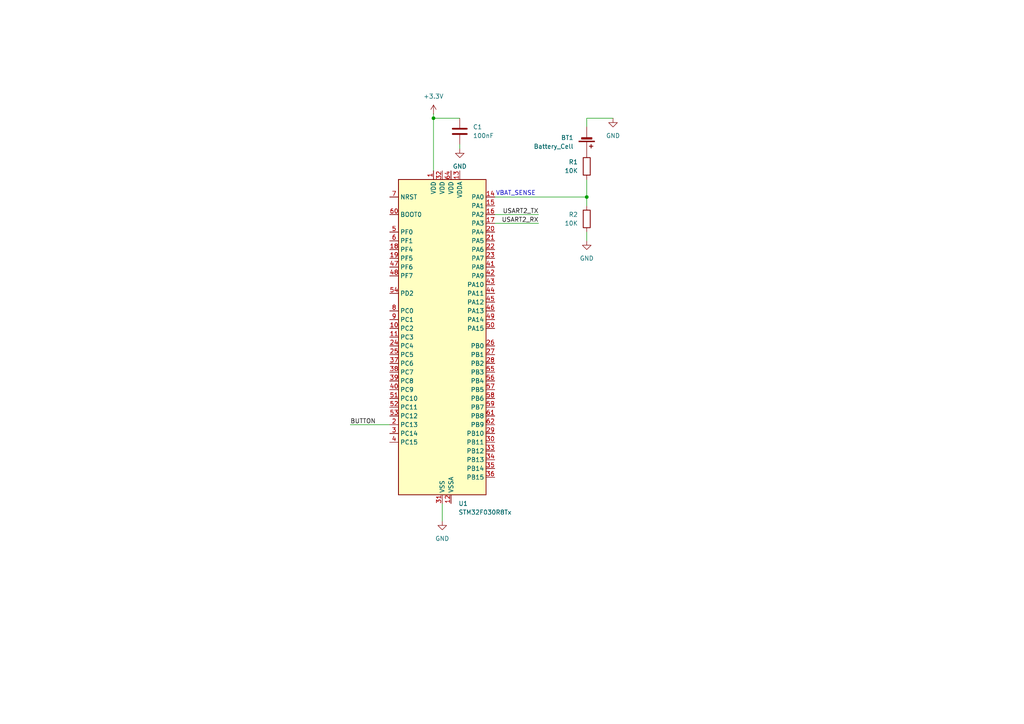
<source format=kicad_sch>
(kicad_sch
	(version 20250114)
	(generator "eeschema")
	(generator_version "9.0")
	(uuid "6c977482-4d8b-4838-ba1c-d4fa4f9b52a2")
	(paper "A4")
	(lib_symbols
		(symbol "Device:Battery_Cell"
			(pin_numbers
				(hide yes)
			)
			(pin_names
				(offset 0)
				(hide yes)
			)
			(exclude_from_sim no)
			(in_bom yes)
			(on_board yes)
			(property "Reference" "BT"
				(at 2.54 2.54 0)
				(effects
					(font
						(size 1.27 1.27)
					)
					(justify left)
				)
			)
			(property "Value" "Battery_Cell"
				(at 2.54 0 0)
				(effects
					(font
						(size 1.27 1.27)
					)
					(justify left)
				)
			)
			(property "Footprint" ""
				(at 0 1.524 90)
				(effects
					(font
						(size 1.27 1.27)
					)
					(hide yes)
				)
			)
			(property "Datasheet" "~"
				(at 0 1.524 90)
				(effects
					(font
						(size 1.27 1.27)
					)
					(hide yes)
				)
			)
			(property "Description" "Single-cell battery"
				(at 0 0 0)
				(effects
					(font
						(size 1.27 1.27)
					)
					(hide yes)
				)
			)
			(property "ki_keywords" "battery cell"
				(at 0 0 0)
				(effects
					(font
						(size 1.27 1.27)
					)
					(hide yes)
				)
			)
			(symbol "Battery_Cell_0_1"
				(rectangle
					(start -2.286 1.778)
					(end 2.286 1.524)
					(stroke
						(width 0)
						(type default)
					)
					(fill
						(type outline)
					)
				)
				(rectangle
					(start -1.524 1.016)
					(end 1.524 0.508)
					(stroke
						(width 0)
						(type default)
					)
					(fill
						(type outline)
					)
				)
				(polyline
					(pts
						(xy 0 1.778) (xy 0 2.54)
					)
					(stroke
						(width 0)
						(type default)
					)
					(fill
						(type none)
					)
				)
				(polyline
					(pts
						(xy 0 0.762) (xy 0 0)
					)
					(stroke
						(width 0)
						(type default)
					)
					(fill
						(type none)
					)
				)
				(polyline
					(pts
						(xy 0.762 3.048) (xy 1.778 3.048)
					)
					(stroke
						(width 0.254)
						(type default)
					)
					(fill
						(type none)
					)
				)
				(polyline
					(pts
						(xy 1.27 3.556) (xy 1.27 2.54)
					)
					(stroke
						(width 0.254)
						(type default)
					)
					(fill
						(type none)
					)
				)
			)
			(symbol "Battery_Cell_1_1"
				(pin passive line
					(at 0 5.08 270)
					(length 2.54)
					(name "+"
						(effects
							(font
								(size 1.27 1.27)
							)
						)
					)
					(number "1"
						(effects
							(font
								(size 1.27 1.27)
							)
						)
					)
				)
				(pin passive line
					(at 0 -2.54 90)
					(length 2.54)
					(name "-"
						(effects
							(font
								(size 1.27 1.27)
							)
						)
					)
					(number "2"
						(effects
							(font
								(size 1.27 1.27)
							)
						)
					)
				)
			)
			(embedded_fonts no)
		)
		(symbol "Device:C"
			(pin_numbers
				(hide yes)
			)
			(pin_names
				(offset 0.254)
			)
			(exclude_from_sim no)
			(in_bom yes)
			(on_board yes)
			(property "Reference" "C"
				(at 0.635 2.54 0)
				(effects
					(font
						(size 1.27 1.27)
					)
					(justify left)
				)
			)
			(property "Value" "C"
				(at 0.635 -2.54 0)
				(effects
					(font
						(size 1.27 1.27)
					)
					(justify left)
				)
			)
			(property "Footprint" ""
				(at 0.9652 -3.81 0)
				(effects
					(font
						(size 1.27 1.27)
					)
					(hide yes)
				)
			)
			(property "Datasheet" "~"
				(at 0 0 0)
				(effects
					(font
						(size 1.27 1.27)
					)
					(hide yes)
				)
			)
			(property "Description" "Unpolarized capacitor"
				(at 0 0 0)
				(effects
					(font
						(size 1.27 1.27)
					)
					(hide yes)
				)
			)
			(property "ki_keywords" "cap capacitor"
				(at 0 0 0)
				(effects
					(font
						(size 1.27 1.27)
					)
					(hide yes)
				)
			)
			(property "ki_fp_filters" "C_*"
				(at 0 0 0)
				(effects
					(font
						(size 1.27 1.27)
					)
					(hide yes)
				)
			)
			(symbol "C_0_1"
				(polyline
					(pts
						(xy -2.032 0.762) (xy 2.032 0.762)
					)
					(stroke
						(width 0.508)
						(type default)
					)
					(fill
						(type none)
					)
				)
				(polyline
					(pts
						(xy -2.032 -0.762) (xy 2.032 -0.762)
					)
					(stroke
						(width 0.508)
						(type default)
					)
					(fill
						(type none)
					)
				)
			)
			(symbol "C_1_1"
				(pin passive line
					(at 0 3.81 270)
					(length 2.794)
					(name "~"
						(effects
							(font
								(size 1.27 1.27)
							)
						)
					)
					(number "1"
						(effects
							(font
								(size 1.27 1.27)
							)
						)
					)
				)
				(pin passive line
					(at 0 -3.81 90)
					(length 2.794)
					(name "~"
						(effects
							(font
								(size 1.27 1.27)
							)
						)
					)
					(number "2"
						(effects
							(font
								(size 1.27 1.27)
							)
						)
					)
				)
			)
			(embedded_fonts no)
		)
		(symbol "Device:R"
			(pin_numbers
				(hide yes)
			)
			(pin_names
				(offset 0)
			)
			(exclude_from_sim no)
			(in_bom yes)
			(on_board yes)
			(property "Reference" "R"
				(at 2.032 0 90)
				(effects
					(font
						(size 1.27 1.27)
					)
				)
			)
			(property "Value" "R"
				(at 0 0 90)
				(effects
					(font
						(size 1.27 1.27)
					)
				)
			)
			(property "Footprint" ""
				(at -1.778 0 90)
				(effects
					(font
						(size 1.27 1.27)
					)
					(hide yes)
				)
			)
			(property "Datasheet" "~"
				(at 0 0 0)
				(effects
					(font
						(size 1.27 1.27)
					)
					(hide yes)
				)
			)
			(property "Description" "Resistor"
				(at 0 0 0)
				(effects
					(font
						(size 1.27 1.27)
					)
					(hide yes)
				)
			)
			(property "ki_keywords" "R res resistor"
				(at 0 0 0)
				(effects
					(font
						(size 1.27 1.27)
					)
					(hide yes)
				)
			)
			(property "ki_fp_filters" "R_*"
				(at 0 0 0)
				(effects
					(font
						(size 1.27 1.27)
					)
					(hide yes)
				)
			)
			(symbol "R_0_1"
				(rectangle
					(start -1.016 -2.54)
					(end 1.016 2.54)
					(stroke
						(width 0.254)
						(type default)
					)
					(fill
						(type none)
					)
				)
			)
			(symbol "R_1_1"
				(pin passive line
					(at 0 3.81 270)
					(length 1.27)
					(name "~"
						(effects
							(font
								(size 1.27 1.27)
							)
						)
					)
					(number "1"
						(effects
							(font
								(size 1.27 1.27)
							)
						)
					)
				)
				(pin passive line
					(at 0 -3.81 90)
					(length 1.27)
					(name "~"
						(effects
							(font
								(size 1.27 1.27)
							)
						)
					)
					(number "2"
						(effects
							(font
								(size 1.27 1.27)
							)
						)
					)
				)
			)
			(embedded_fonts no)
		)
		(symbol "MCU_ST_STM32F0:STM32F030R8Tx"
			(exclude_from_sim no)
			(in_bom yes)
			(on_board yes)
			(property "Reference" "U"
				(at -12.7 46.99 0)
				(effects
					(font
						(size 1.27 1.27)
					)
					(justify left)
				)
			)
			(property "Value" "STM32F030R8Tx"
				(at 7.62 46.99 0)
				(effects
					(font
						(size 1.27 1.27)
					)
					(justify left)
				)
			)
			(property "Footprint" "Package_QFP:LQFP-64_10x10mm_P0.5mm"
				(at -12.7 -45.72 0)
				(effects
					(font
						(size 1.27 1.27)
					)
					(justify right)
					(hide yes)
				)
			)
			(property "Datasheet" "https://www.st.com/resource/en/datasheet/stm32f030r8.pdf"
				(at 0 0 0)
				(effects
					(font
						(size 1.27 1.27)
					)
					(hide yes)
				)
			)
			(property "Description" "STMicroelectronics Arm Cortex-M0 MCU, 64KB flash, 8KB RAM, 48 MHz, 2.4-3.6V, 55 GPIO, LQFP64"
				(at 0 0 0)
				(effects
					(font
						(size 1.27 1.27)
					)
					(hide yes)
				)
			)
			(property "ki_keywords" "Arm Cortex-M0 STM32F0 STM32F0x0 Value Line"
				(at 0 0 0)
				(effects
					(font
						(size 1.27 1.27)
					)
					(hide yes)
				)
			)
			(property "ki_fp_filters" "LQFP*10x10mm*P0.5mm*"
				(at 0 0 0)
				(effects
					(font
						(size 1.27 1.27)
					)
					(hide yes)
				)
			)
			(symbol "STM32F030R8Tx_0_1"
				(rectangle
					(start -12.7 -45.72)
					(end 12.7 45.72)
					(stroke
						(width 0.254)
						(type default)
					)
					(fill
						(type background)
					)
				)
			)
			(symbol "STM32F030R8Tx_1_1"
				(pin input line
					(at -15.24 40.64 0)
					(length 2.54)
					(name "NRST"
						(effects
							(font
								(size 1.27 1.27)
							)
						)
					)
					(number "7"
						(effects
							(font
								(size 1.27 1.27)
							)
						)
					)
				)
				(pin input line
					(at -15.24 35.56 0)
					(length 2.54)
					(name "BOOT0"
						(effects
							(font
								(size 1.27 1.27)
							)
						)
					)
					(number "60"
						(effects
							(font
								(size 1.27 1.27)
							)
						)
					)
				)
				(pin bidirectional line
					(at -15.24 30.48 0)
					(length 2.54)
					(name "PF0"
						(effects
							(font
								(size 1.27 1.27)
							)
						)
					)
					(number "5"
						(effects
							(font
								(size 1.27 1.27)
							)
						)
					)
					(alternate "RCC_OSC_IN" bidirectional line)
				)
				(pin bidirectional line
					(at -15.24 27.94 0)
					(length 2.54)
					(name "PF1"
						(effects
							(font
								(size 1.27 1.27)
							)
						)
					)
					(number "6"
						(effects
							(font
								(size 1.27 1.27)
							)
						)
					)
					(alternate "RCC_OSC_OUT" bidirectional line)
				)
				(pin bidirectional line
					(at -15.24 25.4 0)
					(length 2.54)
					(name "PF4"
						(effects
							(font
								(size 1.27 1.27)
							)
						)
					)
					(number "18"
						(effects
							(font
								(size 1.27 1.27)
							)
						)
					)
				)
				(pin bidirectional line
					(at -15.24 22.86 0)
					(length 2.54)
					(name "PF5"
						(effects
							(font
								(size 1.27 1.27)
							)
						)
					)
					(number "19"
						(effects
							(font
								(size 1.27 1.27)
							)
						)
					)
				)
				(pin bidirectional line
					(at -15.24 20.32 0)
					(length 2.54)
					(name "PF6"
						(effects
							(font
								(size 1.27 1.27)
							)
						)
					)
					(number "47"
						(effects
							(font
								(size 1.27 1.27)
							)
						)
					)
					(alternate "I2C2_SCL" bidirectional line)
				)
				(pin bidirectional line
					(at -15.24 17.78 0)
					(length 2.54)
					(name "PF7"
						(effects
							(font
								(size 1.27 1.27)
							)
						)
					)
					(number "48"
						(effects
							(font
								(size 1.27 1.27)
							)
						)
					)
					(alternate "I2C2_SDA" bidirectional line)
				)
				(pin bidirectional line
					(at -15.24 12.7 0)
					(length 2.54)
					(name "PD2"
						(effects
							(font
								(size 1.27 1.27)
							)
						)
					)
					(number "54"
						(effects
							(font
								(size 1.27 1.27)
							)
						)
					)
					(alternate "TIM3_ETR" bidirectional line)
				)
				(pin bidirectional line
					(at -15.24 7.62 0)
					(length 2.54)
					(name "PC0"
						(effects
							(font
								(size 1.27 1.27)
							)
						)
					)
					(number "8"
						(effects
							(font
								(size 1.27 1.27)
							)
						)
					)
					(alternate "ADC_IN10" bidirectional line)
				)
				(pin bidirectional line
					(at -15.24 5.08 0)
					(length 2.54)
					(name "PC1"
						(effects
							(font
								(size 1.27 1.27)
							)
						)
					)
					(number "9"
						(effects
							(font
								(size 1.27 1.27)
							)
						)
					)
					(alternate "ADC_IN11" bidirectional line)
				)
				(pin bidirectional line
					(at -15.24 2.54 0)
					(length 2.54)
					(name "PC2"
						(effects
							(font
								(size 1.27 1.27)
							)
						)
					)
					(number "10"
						(effects
							(font
								(size 1.27 1.27)
							)
						)
					)
					(alternate "ADC_IN12" bidirectional line)
				)
				(pin bidirectional line
					(at -15.24 0 0)
					(length 2.54)
					(name "PC3"
						(effects
							(font
								(size 1.27 1.27)
							)
						)
					)
					(number "11"
						(effects
							(font
								(size 1.27 1.27)
							)
						)
					)
					(alternate "ADC_IN13" bidirectional line)
				)
				(pin bidirectional line
					(at -15.24 -2.54 0)
					(length 2.54)
					(name "PC4"
						(effects
							(font
								(size 1.27 1.27)
							)
						)
					)
					(number "24"
						(effects
							(font
								(size 1.27 1.27)
							)
						)
					)
					(alternate "ADC_IN14" bidirectional line)
				)
				(pin bidirectional line
					(at -15.24 -5.08 0)
					(length 2.54)
					(name "PC5"
						(effects
							(font
								(size 1.27 1.27)
							)
						)
					)
					(number "25"
						(effects
							(font
								(size 1.27 1.27)
							)
						)
					)
					(alternate "ADC_IN15" bidirectional line)
				)
				(pin bidirectional line
					(at -15.24 -7.62 0)
					(length 2.54)
					(name "PC6"
						(effects
							(font
								(size 1.27 1.27)
							)
						)
					)
					(number "37"
						(effects
							(font
								(size 1.27 1.27)
							)
						)
					)
					(alternate "TIM3_CH1" bidirectional line)
				)
				(pin bidirectional line
					(at -15.24 -10.16 0)
					(length 2.54)
					(name "PC7"
						(effects
							(font
								(size 1.27 1.27)
							)
						)
					)
					(number "38"
						(effects
							(font
								(size 1.27 1.27)
							)
						)
					)
					(alternate "TIM3_CH2" bidirectional line)
				)
				(pin bidirectional line
					(at -15.24 -12.7 0)
					(length 2.54)
					(name "PC8"
						(effects
							(font
								(size 1.27 1.27)
							)
						)
					)
					(number "39"
						(effects
							(font
								(size 1.27 1.27)
							)
						)
					)
					(alternate "TIM3_CH3" bidirectional line)
				)
				(pin bidirectional line
					(at -15.24 -15.24 0)
					(length 2.54)
					(name "PC9"
						(effects
							(font
								(size 1.27 1.27)
							)
						)
					)
					(number "40"
						(effects
							(font
								(size 1.27 1.27)
							)
						)
					)
					(alternate "TIM3_CH4" bidirectional line)
				)
				(pin bidirectional line
					(at -15.24 -17.78 0)
					(length 2.54)
					(name "PC10"
						(effects
							(font
								(size 1.27 1.27)
							)
						)
					)
					(number "51"
						(effects
							(font
								(size 1.27 1.27)
							)
						)
					)
				)
				(pin bidirectional line
					(at -15.24 -20.32 0)
					(length 2.54)
					(name "PC11"
						(effects
							(font
								(size 1.27 1.27)
							)
						)
					)
					(number "52"
						(effects
							(font
								(size 1.27 1.27)
							)
						)
					)
				)
				(pin bidirectional line
					(at -15.24 -22.86 0)
					(length 2.54)
					(name "PC12"
						(effects
							(font
								(size 1.27 1.27)
							)
						)
					)
					(number "53"
						(effects
							(font
								(size 1.27 1.27)
							)
						)
					)
				)
				(pin bidirectional line
					(at -15.24 -25.4 0)
					(length 2.54)
					(name "PC13"
						(effects
							(font
								(size 1.27 1.27)
							)
						)
					)
					(number "2"
						(effects
							(font
								(size 1.27 1.27)
							)
						)
					)
					(alternate "RTC_OUT_ALARM" bidirectional line)
					(alternate "RTC_OUT_CALIB" bidirectional line)
					(alternate "RTC_TAMP1" bidirectional line)
					(alternate "RTC_TS" bidirectional line)
					(alternate "SYS_WKUP2" bidirectional line)
				)
				(pin bidirectional line
					(at -15.24 -27.94 0)
					(length 2.54)
					(name "PC14"
						(effects
							(font
								(size 1.27 1.27)
							)
						)
					)
					(number "3"
						(effects
							(font
								(size 1.27 1.27)
							)
						)
					)
					(alternate "RCC_OSC32_IN" bidirectional line)
				)
				(pin bidirectional line
					(at -15.24 -30.48 0)
					(length 2.54)
					(name "PC15"
						(effects
							(font
								(size 1.27 1.27)
							)
						)
					)
					(number "4"
						(effects
							(font
								(size 1.27 1.27)
							)
						)
					)
					(alternate "RCC_OSC32_OUT" bidirectional line)
				)
				(pin power_in line
					(at -2.54 48.26 270)
					(length 2.54)
					(name "VDD"
						(effects
							(font
								(size 1.27 1.27)
							)
						)
					)
					(number "1"
						(effects
							(font
								(size 1.27 1.27)
							)
						)
					)
				)
				(pin power_in line
					(at 0 48.26 270)
					(length 2.54)
					(name "VDD"
						(effects
							(font
								(size 1.27 1.27)
							)
						)
					)
					(number "32"
						(effects
							(font
								(size 1.27 1.27)
							)
						)
					)
				)
				(pin power_in line
					(at 0 -48.26 90)
					(length 2.54)
					(name "VSS"
						(effects
							(font
								(size 1.27 1.27)
							)
						)
					)
					(number "31"
						(effects
							(font
								(size 1.27 1.27)
							)
						)
					)
				)
				(pin passive line
					(at 0 -48.26 90)
					(length 2.54)
					(hide yes)
					(name "VSS"
						(effects
							(font
								(size 1.27 1.27)
							)
						)
					)
					(number "63"
						(effects
							(font
								(size 1.27 1.27)
							)
						)
					)
				)
				(pin power_in line
					(at 2.54 48.26 270)
					(length 2.54)
					(name "VDD"
						(effects
							(font
								(size 1.27 1.27)
							)
						)
					)
					(number "64"
						(effects
							(font
								(size 1.27 1.27)
							)
						)
					)
				)
				(pin power_in line
					(at 2.54 -48.26 90)
					(length 2.54)
					(name "VSSA"
						(effects
							(font
								(size 1.27 1.27)
							)
						)
					)
					(number "12"
						(effects
							(font
								(size 1.27 1.27)
							)
						)
					)
				)
				(pin power_in line
					(at 5.08 48.26 270)
					(length 2.54)
					(name "VDDA"
						(effects
							(font
								(size 1.27 1.27)
							)
						)
					)
					(number "13"
						(effects
							(font
								(size 1.27 1.27)
							)
						)
					)
				)
				(pin bidirectional line
					(at 15.24 40.64 180)
					(length 2.54)
					(name "PA0"
						(effects
							(font
								(size 1.27 1.27)
							)
						)
					)
					(number "14"
						(effects
							(font
								(size 1.27 1.27)
							)
						)
					)
					(alternate "ADC_IN0" bidirectional line)
					(alternate "RTC_TAMP2" bidirectional line)
					(alternate "SYS_WKUP1" bidirectional line)
					(alternate "USART2_CTS" bidirectional line)
				)
				(pin bidirectional line
					(at 15.24 38.1 180)
					(length 2.54)
					(name "PA1"
						(effects
							(font
								(size 1.27 1.27)
							)
						)
					)
					(number "15"
						(effects
							(font
								(size 1.27 1.27)
							)
						)
					)
					(alternate "ADC_IN1" bidirectional line)
					(alternate "USART2_DE" bidirectional line)
					(alternate "USART2_RTS" bidirectional line)
				)
				(pin bidirectional line
					(at 15.24 35.56 180)
					(length 2.54)
					(name "PA2"
						(effects
							(font
								(size 1.27 1.27)
							)
						)
					)
					(number "16"
						(effects
							(font
								(size 1.27 1.27)
							)
						)
					)
					(alternate "ADC_IN2" bidirectional line)
					(alternate "TIM15_CH1" bidirectional line)
					(alternate "USART2_TX" bidirectional line)
				)
				(pin bidirectional line
					(at 15.24 33.02 180)
					(length 2.54)
					(name "PA3"
						(effects
							(font
								(size 1.27 1.27)
							)
						)
					)
					(number "17"
						(effects
							(font
								(size 1.27 1.27)
							)
						)
					)
					(alternate "ADC_IN3" bidirectional line)
					(alternate "TIM15_CH2" bidirectional line)
					(alternate "USART2_RX" bidirectional line)
				)
				(pin bidirectional line
					(at 15.24 30.48 180)
					(length 2.54)
					(name "PA4"
						(effects
							(font
								(size 1.27 1.27)
							)
						)
					)
					(number "20"
						(effects
							(font
								(size 1.27 1.27)
							)
						)
					)
					(alternate "ADC_IN4" bidirectional line)
					(alternate "SPI1_NSS" bidirectional line)
					(alternate "TIM14_CH1" bidirectional line)
					(alternate "USART2_CK" bidirectional line)
				)
				(pin bidirectional line
					(at 15.24 27.94 180)
					(length 2.54)
					(name "PA5"
						(effects
							(font
								(size 1.27 1.27)
							)
						)
					)
					(number "21"
						(effects
							(font
								(size 1.27 1.27)
							)
						)
					)
					(alternate "ADC_IN5" bidirectional line)
					(alternate "SPI1_SCK" bidirectional line)
				)
				(pin bidirectional line
					(at 15.24 25.4 180)
					(length 2.54)
					(name "PA6"
						(effects
							(font
								(size 1.27 1.27)
							)
						)
					)
					(number "22"
						(effects
							(font
								(size 1.27 1.27)
							)
						)
					)
					(alternate "ADC_IN6" bidirectional line)
					(alternate "SPI1_MISO" bidirectional line)
					(alternate "TIM16_CH1" bidirectional line)
					(alternate "TIM1_BKIN" bidirectional line)
					(alternate "TIM3_CH1" bidirectional line)
				)
				(pin bidirectional line
					(at 15.24 22.86 180)
					(length 2.54)
					(name "PA7"
						(effects
							(font
								(size 1.27 1.27)
							)
						)
					)
					(number "23"
						(effects
							(font
								(size 1.27 1.27)
							)
						)
					)
					(alternate "ADC_IN7" bidirectional line)
					(alternate "SPI1_MOSI" bidirectional line)
					(alternate "TIM14_CH1" bidirectional line)
					(alternate "TIM17_CH1" bidirectional line)
					(alternate "TIM1_CH1N" bidirectional line)
					(alternate "TIM3_CH2" bidirectional line)
				)
				(pin bidirectional line
					(at 15.24 20.32 180)
					(length 2.54)
					(name "PA8"
						(effects
							(font
								(size 1.27 1.27)
							)
						)
					)
					(number "41"
						(effects
							(font
								(size 1.27 1.27)
							)
						)
					)
					(alternate "RCC_MCO" bidirectional line)
					(alternate "TIM1_CH1" bidirectional line)
					(alternate "USART1_CK" bidirectional line)
				)
				(pin bidirectional line
					(at 15.24 17.78 180)
					(length 2.54)
					(name "PA9"
						(effects
							(font
								(size 1.27 1.27)
							)
						)
					)
					(number "42"
						(effects
							(font
								(size 1.27 1.27)
							)
						)
					)
					(alternate "TIM15_BKIN" bidirectional line)
					(alternate "TIM1_CH2" bidirectional line)
					(alternate "USART1_TX" bidirectional line)
				)
				(pin bidirectional line
					(at 15.24 15.24 180)
					(length 2.54)
					(name "PA10"
						(effects
							(font
								(size 1.27 1.27)
							)
						)
					)
					(number "43"
						(effects
							(font
								(size 1.27 1.27)
							)
						)
					)
					(alternate "TIM17_BKIN" bidirectional line)
					(alternate "TIM1_CH3" bidirectional line)
					(alternate "USART1_RX" bidirectional line)
				)
				(pin bidirectional line
					(at 15.24 12.7 180)
					(length 2.54)
					(name "PA11"
						(effects
							(font
								(size 1.27 1.27)
							)
						)
					)
					(number "44"
						(effects
							(font
								(size 1.27 1.27)
							)
						)
					)
					(alternate "TIM1_CH4" bidirectional line)
					(alternate "USART1_CTS" bidirectional line)
				)
				(pin bidirectional line
					(at 15.24 10.16 180)
					(length 2.54)
					(name "PA12"
						(effects
							(font
								(size 1.27 1.27)
							)
						)
					)
					(number "45"
						(effects
							(font
								(size 1.27 1.27)
							)
						)
					)
					(alternate "TIM1_ETR" bidirectional line)
					(alternate "USART1_DE" bidirectional line)
					(alternate "USART1_RTS" bidirectional line)
				)
				(pin bidirectional line
					(at 15.24 7.62 180)
					(length 2.54)
					(name "PA13"
						(effects
							(font
								(size 1.27 1.27)
							)
						)
					)
					(number "46"
						(effects
							(font
								(size 1.27 1.27)
							)
						)
					)
					(alternate "IR_OUT" bidirectional line)
					(alternate "SYS_SWDIO" bidirectional line)
				)
				(pin bidirectional line
					(at 15.24 5.08 180)
					(length 2.54)
					(name "PA14"
						(effects
							(font
								(size 1.27 1.27)
							)
						)
					)
					(number "49"
						(effects
							(font
								(size 1.27 1.27)
							)
						)
					)
					(alternate "SYS_SWCLK" bidirectional line)
					(alternate "USART2_TX" bidirectional line)
				)
				(pin bidirectional line
					(at 15.24 2.54 180)
					(length 2.54)
					(name "PA15"
						(effects
							(font
								(size 1.27 1.27)
							)
						)
					)
					(number "50"
						(effects
							(font
								(size 1.27 1.27)
							)
						)
					)
					(alternate "SPI1_NSS" bidirectional line)
					(alternate "USART2_RX" bidirectional line)
				)
				(pin bidirectional line
					(at 15.24 -2.54 180)
					(length 2.54)
					(name "PB0"
						(effects
							(font
								(size 1.27 1.27)
							)
						)
					)
					(number "26"
						(effects
							(font
								(size 1.27 1.27)
							)
						)
					)
					(alternate "ADC_IN8" bidirectional line)
					(alternate "TIM1_CH2N" bidirectional line)
					(alternate "TIM3_CH3" bidirectional line)
				)
				(pin bidirectional line
					(at 15.24 -5.08 180)
					(length 2.54)
					(name "PB1"
						(effects
							(font
								(size 1.27 1.27)
							)
						)
					)
					(number "27"
						(effects
							(font
								(size 1.27 1.27)
							)
						)
					)
					(alternate "ADC_IN9" bidirectional line)
					(alternate "TIM14_CH1" bidirectional line)
					(alternate "TIM1_CH3N" bidirectional line)
					(alternate "TIM3_CH4" bidirectional line)
				)
				(pin bidirectional line
					(at 15.24 -7.62 180)
					(length 2.54)
					(name "PB2"
						(effects
							(font
								(size 1.27 1.27)
							)
						)
					)
					(number "28"
						(effects
							(font
								(size 1.27 1.27)
							)
						)
					)
				)
				(pin bidirectional line
					(at 15.24 -10.16 180)
					(length 2.54)
					(name "PB3"
						(effects
							(font
								(size 1.27 1.27)
							)
						)
					)
					(number "55"
						(effects
							(font
								(size 1.27 1.27)
							)
						)
					)
					(alternate "SPI1_SCK" bidirectional line)
				)
				(pin bidirectional line
					(at 15.24 -12.7 180)
					(length 2.54)
					(name "PB4"
						(effects
							(font
								(size 1.27 1.27)
							)
						)
					)
					(number "56"
						(effects
							(font
								(size 1.27 1.27)
							)
						)
					)
					(alternate "SPI1_MISO" bidirectional line)
					(alternate "TIM3_CH1" bidirectional line)
				)
				(pin bidirectional line
					(at 15.24 -15.24 180)
					(length 2.54)
					(name "PB5"
						(effects
							(font
								(size 1.27 1.27)
							)
						)
					)
					(number "57"
						(effects
							(font
								(size 1.27 1.27)
							)
						)
					)
					(alternate "I2C1_SMBA" bidirectional line)
					(alternate "SPI1_MOSI" bidirectional line)
					(alternate "TIM16_BKIN" bidirectional line)
					(alternate "TIM3_CH2" bidirectional line)
				)
				(pin bidirectional line
					(at 15.24 -17.78 180)
					(length 2.54)
					(name "PB6"
						(effects
							(font
								(size 1.27 1.27)
							)
						)
					)
					(number "58"
						(effects
							(font
								(size 1.27 1.27)
							)
						)
					)
					(alternate "I2C1_SCL" bidirectional line)
					(alternate "TIM16_CH1N" bidirectional line)
					(alternate "USART1_TX" bidirectional line)
				)
				(pin bidirectional line
					(at 15.24 -20.32 180)
					(length 2.54)
					(name "PB7"
						(effects
							(font
								(size 1.27 1.27)
							)
						)
					)
					(number "59"
						(effects
							(font
								(size 1.27 1.27)
							)
						)
					)
					(alternate "I2C1_SDA" bidirectional line)
					(alternate "TIM17_CH1N" bidirectional line)
					(alternate "USART1_RX" bidirectional line)
				)
				(pin bidirectional line
					(at 15.24 -22.86 180)
					(length 2.54)
					(name "PB8"
						(effects
							(font
								(size 1.27 1.27)
							)
						)
					)
					(number "61"
						(effects
							(font
								(size 1.27 1.27)
							)
						)
					)
					(alternate "I2C1_SCL" bidirectional line)
					(alternate "TIM16_CH1" bidirectional line)
				)
				(pin bidirectional line
					(at 15.24 -25.4 180)
					(length 2.54)
					(name "PB9"
						(effects
							(font
								(size 1.27 1.27)
							)
						)
					)
					(number "62"
						(effects
							(font
								(size 1.27 1.27)
							)
						)
					)
					(alternate "I2C1_SDA" bidirectional line)
					(alternate "IR_OUT" bidirectional line)
					(alternate "TIM17_CH1" bidirectional line)
				)
				(pin bidirectional line
					(at 15.24 -27.94 180)
					(length 2.54)
					(name "PB10"
						(effects
							(font
								(size 1.27 1.27)
							)
						)
					)
					(number "29"
						(effects
							(font
								(size 1.27 1.27)
							)
						)
					)
					(alternate "I2C2_SCL" bidirectional line)
				)
				(pin bidirectional line
					(at 15.24 -30.48 180)
					(length 2.54)
					(name "PB11"
						(effects
							(font
								(size 1.27 1.27)
							)
						)
					)
					(number "30"
						(effects
							(font
								(size 1.27 1.27)
							)
						)
					)
					(alternate "I2C2_SDA" bidirectional line)
				)
				(pin bidirectional line
					(at 15.24 -33.02 180)
					(length 2.54)
					(name "PB12"
						(effects
							(font
								(size 1.27 1.27)
							)
						)
					)
					(number "33"
						(effects
							(font
								(size 1.27 1.27)
							)
						)
					)
					(alternate "SPI2_NSS" bidirectional line)
					(alternate "TIM1_BKIN" bidirectional line)
				)
				(pin bidirectional line
					(at 15.24 -35.56 180)
					(length 2.54)
					(name "PB13"
						(effects
							(font
								(size 1.27 1.27)
							)
						)
					)
					(number "34"
						(effects
							(font
								(size 1.27 1.27)
							)
						)
					)
					(alternate "SPI2_SCK" bidirectional line)
					(alternate "TIM1_CH1N" bidirectional line)
				)
				(pin bidirectional line
					(at 15.24 -38.1 180)
					(length 2.54)
					(name "PB14"
						(effects
							(font
								(size 1.27 1.27)
							)
						)
					)
					(number "35"
						(effects
							(font
								(size 1.27 1.27)
							)
						)
					)
					(alternate "SPI2_MISO" bidirectional line)
					(alternate "TIM15_CH1" bidirectional line)
					(alternate "TIM1_CH2N" bidirectional line)
				)
				(pin bidirectional line
					(at 15.24 -40.64 180)
					(length 2.54)
					(name "PB15"
						(effects
							(font
								(size 1.27 1.27)
							)
						)
					)
					(number "36"
						(effects
							(font
								(size 1.27 1.27)
							)
						)
					)
					(alternate "RTC_REFIN" bidirectional line)
					(alternate "SPI2_MOSI" bidirectional line)
					(alternate "TIM15_CH1N" bidirectional line)
					(alternate "TIM15_CH2" bidirectional line)
					(alternate "TIM1_CH3N" bidirectional line)
				)
			)
			(embedded_fonts no)
		)
		(symbol "power:+3.3V"
			(power)
			(pin_numbers
				(hide yes)
			)
			(pin_names
				(offset 0)
				(hide yes)
			)
			(exclude_from_sim no)
			(in_bom yes)
			(on_board yes)
			(property "Reference" "#PWR"
				(at 0 -3.81 0)
				(effects
					(font
						(size 1.27 1.27)
					)
					(hide yes)
				)
			)
			(property "Value" "+3.3V"
				(at 0 3.556 0)
				(effects
					(font
						(size 1.27 1.27)
					)
				)
			)
			(property "Footprint" ""
				(at 0 0 0)
				(effects
					(font
						(size 1.27 1.27)
					)
					(hide yes)
				)
			)
			(property "Datasheet" ""
				(at 0 0 0)
				(effects
					(font
						(size 1.27 1.27)
					)
					(hide yes)
				)
			)
			(property "Description" "Power symbol creates a global label with name \"+3.3V\""
				(at 0 0 0)
				(effects
					(font
						(size 1.27 1.27)
					)
					(hide yes)
				)
			)
			(property "ki_keywords" "global power"
				(at 0 0 0)
				(effects
					(font
						(size 1.27 1.27)
					)
					(hide yes)
				)
			)
			(symbol "+3.3V_0_1"
				(polyline
					(pts
						(xy -0.762 1.27) (xy 0 2.54)
					)
					(stroke
						(width 0)
						(type default)
					)
					(fill
						(type none)
					)
				)
				(polyline
					(pts
						(xy 0 2.54) (xy 0.762 1.27)
					)
					(stroke
						(width 0)
						(type default)
					)
					(fill
						(type none)
					)
				)
				(polyline
					(pts
						(xy 0 0) (xy 0 2.54)
					)
					(stroke
						(width 0)
						(type default)
					)
					(fill
						(type none)
					)
				)
			)
			(symbol "+3.3V_1_1"
				(pin power_in line
					(at 0 0 90)
					(length 0)
					(name "~"
						(effects
							(font
								(size 1.27 1.27)
							)
						)
					)
					(number "1"
						(effects
							(font
								(size 1.27 1.27)
							)
						)
					)
				)
			)
			(embedded_fonts no)
		)
		(symbol "power:GND"
			(power)
			(pin_numbers
				(hide yes)
			)
			(pin_names
				(offset 0)
				(hide yes)
			)
			(exclude_from_sim no)
			(in_bom yes)
			(on_board yes)
			(property "Reference" "#PWR"
				(at 0 -6.35 0)
				(effects
					(font
						(size 1.27 1.27)
					)
					(hide yes)
				)
			)
			(property "Value" "GND"
				(at 0 -3.81 0)
				(effects
					(font
						(size 1.27 1.27)
					)
				)
			)
			(property "Footprint" ""
				(at 0 0 0)
				(effects
					(font
						(size 1.27 1.27)
					)
					(hide yes)
				)
			)
			(property "Datasheet" ""
				(at 0 0 0)
				(effects
					(font
						(size 1.27 1.27)
					)
					(hide yes)
				)
			)
			(property "Description" "Power symbol creates a global label with name \"GND\" , ground"
				(at 0 0 0)
				(effects
					(font
						(size 1.27 1.27)
					)
					(hide yes)
				)
			)
			(property "ki_keywords" "global power"
				(at 0 0 0)
				(effects
					(font
						(size 1.27 1.27)
					)
					(hide yes)
				)
			)
			(symbol "GND_0_1"
				(polyline
					(pts
						(xy 0 0) (xy 0 -1.27) (xy 1.27 -1.27) (xy 0 -2.54) (xy -1.27 -1.27) (xy 0 -1.27)
					)
					(stroke
						(width 0)
						(type default)
					)
					(fill
						(type none)
					)
				)
			)
			(symbol "GND_1_1"
				(pin power_in line
					(at 0 0 270)
					(length 0)
					(name "~"
						(effects
							(font
								(size 1.27 1.27)
							)
						)
					)
					(number "1"
						(effects
							(font
								(size 1.27 1.27)
							)
						)
					)
				)
			)
			(embedded_fonts no)
		)
	)
	(text "VBAT_SENSE"
		(exclude_from_sim no)
		(at 149.606 56.134 0)
		(effects
			(font
				(size 1.27 1.27)
			)
		)
		(uuid "06dfe3e3-1f96-43dd-8add-c87778c69d8a")
	)
	(junction
		(at 125.73 34.29)
		(diameter 0)
		(color 0 0 0 0)
		(uuid "14e043fb-654a-4c17-8840-e6fd8b41d2c0")
	)
	(junction
		(at 170.18 57.15)
		(diameter 0)
		(color 0 0 0 0)
		(uuid "a8eb879d-4f49-4b93-b345-5e9d712dccdd")
	)
	(wire
		(pts
			(xy 143.51 57.15) (xy 170.18 57.15)
		)
		(stroke
			(width 0)
			(type default)
		)
		(uuid "04fba575-7fa3-48c3-bb0d-3970aaf0f2ec")
	)
	(wire
		(pts
			(xy 125.73 34.29) (xy 125.73 49.53)
		)
		(stroke
			(width 0)
			(type default)
		)
		(uuid "0fb56f4a-f4ea-4d4c-92fd-952b3cf329fa")
	)
	(wire
		(pts
			(xy 133.35 41.91) (xy 133.35 43.18)
		)
		(stroke
			(width 0)
			(type default)
		)
		(uuid "1e563791-2948-40b6-a033-c1bc0485765d")
	)
	(wire
		(pts
			(xy 143.51 62.23) (xy 156.21 62.23)
		)
		(stroke
			(width 0)
			(type default)
		)
		(uuid "1eb263f3-9fe0-489b-a52e-0caec2be7021")
	)
	(wire
		(pts
			(xy 170.18 34.29) (xy 170.18 36.83)
		)
		(stroke
			(width 0)
			(type default)
		)
		(uuid "25c6027b-f803-40ff-924f-a4a4b2772023")
	)
	(wire
		(pts
			(xy 170.18 67.31) (xy 170.18 69.85)
		)
		(stroke
			(width 0)
			(type default)
		)
		(uuid "70e2919a-549f-4806-aa38-04d45a1ea418")
	)
	(wire
		(pts
			(xy 170.18 34.29) (xy 177.8 34.29)
		)
		(stroke
			(width 0)
			(type default)
		)
		(uuid "76c05b2c-0e62-4dcc-a0d3-e2b06990a499")
	)
	(wire
		(pts
			(xy 125.73 33.02) (xy 125.73 34.29)
		)
		(stroke
			(width 0)
			(type default)
		)
		(uuid "84352d10-90f7-46c5-b8c4-99c87d01c08a")
	)
	(wire
		(pts
			(xy 170.18 52.07) (xy 170.18 57.15)
		)
		(stroke
			(width 0)
			(type default)
		)
		(uuid "8cbda76f-2857-4a3b-b420-f8af5b92c6c0")
	)
	(wire
		(pts
			(xy 101.6 123.19) (xy 113.03 123.19)
		)
		(stroke
			(width 0)
			(type default)
		)
		(uuid "b49edc4f-cda5-4a03-9ca8-5af989eb3f62")
	)
	(wire
		(pts
			(xy 125.73 34.29) (xy 133.35 34.29)
		)
		(stroke
			(width 0)
			(type default)
		)
		(uuid "b6a8259e-f621-4616-8bea-ed626328cc51")
	)
	(wire
		(pts
			(xy 143.51 64.77) (xy 156.21 64.77)
		)
		(stroke
			(width 0)
			(type default)
		)
		(uuid "e3d9c0b2-9449-452f-935e-fc70c58a789b")
	)
	(wire
		(pts
			(xy 128.27 146.05) (xy 128.27 151.13)
		)
		(stroke
			(width 0)
			(type default)
		)
		(uuid "faee216a-4b80-4403-8976-afdf96cc1e61")
	)
	(wire
		(pts
			(xy 170.18 57.15) (xy 170.18 59.69)
		)
		(stroke
			(width 0)
			(type default)
		)
		(uuid "fee2c65d-270f-47c1-b59d-e86ff40e2834")
	)
	(label "BUTTON"
		(at 101.6 123.19 0)
		(effects
			(font
				(size 1.27 1.27)
			)
			(justify left bottom)
		)
		(uuid "a06a0457-e456-454c-8248-a0e708573f94")
	)
	(label "USART2_TX"
		(at 156.21 62.23 180)
		(effects
			(font
				(size 1.27 1.27)
			)
			(justify right bottom)
		)
		(uuid "afbe9b15-d6aa-4c93-bc2e-be6bcafd4144")
	)
	(label "USART2_RX"
		(at 156.21 64.77 180)
		(effects
			(font
				(size 1.27 1.27)
			)
			(justify right bottom)
		)
		(uuid "d5628864-591f-4b9e-9e23-818482742671")
	)
	(symbol
		(lib_id "Device:Battery_Cell")
		(at 170.18 39.37 0)
		(mirror x)
		(unit 1)
		(exclude_from_sim no)
		(in_bom yes)
		(on_board yes)
		(dnp no)
		(fields_autoplaced yes)
		(uuid "22d680d4-8856-4161-93f9-64b36e6f3204")
		(property "Reference" "BT1"
			(at 166.37 39.9414 0)
			(effects
				(font
					(size 1.27 1.27)
				)
				(justify right)
			)
		)
		(property "Value" "Battery_Cell"
			(at 166.37 42.4814 0)
			(effects
				(font
					(size 1.27 1.27)
				)
				(justify right)
			)
		)
		(property "Footprint" ""
			(at 170.18 40.894 90)
			(effects
				(font
					(size 1.27 1.27)
				)
				(hide yes)
			)
		)
		(property "Datasheet" "~"
			(at 170.18 40.894 90)
			(effects
				(font
					(size 1.27 1.27)
				)
				(hide yes)
			)
		)
		(property "Description" "Single-cell battery"
			(at 170.18 39.37 0)
			(effects
				(font
					(size 1.27 1.27)
				)
				(hide yes)
			)
		)
		(pin "1"
			(uuid "747c38b3-eb79-4b48-b299-024bb3cc3548")
		)
		(pin "2"
			(uuid "1bedcf5c-9e59-4db1-ae93-69bb4f083304")
		)
		(instances
			(project ""
				(path "/6c977482-4d8b-4838-ba1c-d4fa4f9b52a2"
					(reference "BT1")
					(unit 1)
				)
			)
		)
	)
	(symbol
		(lib_id "power:GND")
		(at 170.18 69.85 0)
		(mirror y)
		(unit 1)
		(exclude_from_sim no)
		(in_bom yes)
		(on_board yes)
		(dnp no)
		(fields_autoplaced yes)
		(uuid "460fcdbc-a583-4b50-a1ee-921de3bd74fe")
		(property "Reference" "#PWR02"
			(at 170.18 76.2 0)
			(effects
				(font
					(size 1.27 1.27)
				)
				(hide yes)
			)
		)
		(property "Value" "GND"
			(at 170.18 74.93 0)
			(effects
				(font
					(size 1.27 1.27)
				)
			)
		)
		(property "Footprint" ""
			(at 170.18 69.85 0)
			(effects
				(font
					(size 1.27 1.27)
				)
				(hide yes)
			)
		)
		(property "Datasheet" ""
			(at 170.18 69.85 0)
			(effects
				(font
					(size 1.27 1.27)
				)
				(hide yes)
			)
		)
		(property "Description" "Power symbol creates a global label with name \"GND\" , ground"
			(at 170.18 69.85 0)
			(effects
				(font
					(size 1.27 1.27)
				)
				(hide yes)
			)
		)
		(pin "1"
			(uuid "c7e215b5-dd4d-4d9e-894f-8af0fa8d2806")
		)
		(instances
			(project "BHS"
				(path "/6c977482-4d8b-4838-ba1c-d4fa4f9b52a2"
					(reference "#PWR02")
					(unit 1)
				)
			)
		)
	)
	(symbol
		(lib_id "MCU_ST_STM32F0:STM32F030R8Tx")
		(at 128.27 97.79 0)
		(unit 1)
		(exclude_from_sim no)
		(in_bom yes)
		(on_board yes)
		(dnp no)
		(fields_autoplaced yes)
		(uuid "68edbc22-1493-442b-a17d-8210aaa7bd82")
		(property "Reference" "U1"
			(at 132.9533 146.05 0)
			(effects
				(font
					(size 1.27 1.27)
				)
				(justify left)
			)
		)
		(property "Value" "STM32F030R8Tx"
			(at 132.9533 148.59 0)
			(effects
				(font
					(size 1.27 1.27)
				)
				(justify left)
			)
		)
		(property "Footprint" "Package_QFP:LQFP-64_10x10mm_P0.5mm"
			(at 115.57 143.51 0)
			(effects
				(font
					(size 1.27 1.27)
				)
				(justify right)
				(hide yes)
			)
		)
		(property "Datasheet" "https://www.st.com/resource/en/datasheet/stm32f030r8.pdf"
			(at 128.27 97.79 0)
			(effects
				(font
					(size 1.27 1.27)
				)
				(hide yes)
			)
		)
		(property "Description" "STMicroelectronics Arm Cortex-M0 MCU, 64KB flash, 8KB RAM, 48 MHz, 2.4-3.6V, 55 GPIO, LQFP64"
			(at 128.27 97.79 0)
			(effects
				(font
					(size 1.27 1.27)
				)
				(hide yes)
			)
		)
		(pin "8"
			(uuid "d2abc706-56d5-4670-a2ec-61dcaa63be84")
		)
		(pin "40"
			(uuid "38090e91-4596-428a-a4c4-1aee2476c2c1")
		)
		(pin "4"
			(uuid "af7e635d-731c-407b-853b-ac24c4b1bda8")
		)
		(pin "54"
			(uuid "0753e29d-18e1-4d4b-a63b-f469bace9e4a")
		)
		(pin "24"
			(uuid "dcd26ae8-0677-4b47-aa6e-ab30c68a0d80")
		)
		(pin "52"
			(uuid "8b68e98c-1b86-4d52-8520-d832be802dab")
		)
		(pin "5"
			(uuid "f9554e61-1bed-49ec-ac1d-64bc2fd1b4d8")
		)
		(pin "6"
			(uuid "71ade0f0-3373-4fbc-afac-24c855115d4e")
		)
		(pin "18"
			(uuid "d30ca37a-f351-45ea-ab6d-09bcb976cbf6")
		)
		(pin "48"
			(uuid "e720357b-2d12-4bcb-9355-c9a5901e9434")
		)
		(pin "19"
			(uuid "1f93f64a-50b9-45e1-bc48-ad5b2740396b")
		)
		(pin "9"
			(uuid "9c905aaa-947a-44e4-b729-dc2baf0bdb62")
		)
		(pin "38"
			(uuid "99ec6631-21fd-4dba-bcb7-81bf6c1e91ce")
		)
		(pin "39"
			(uuid "8bd2b15a-a1cd-44ce-9ccc-7c4f660c3adf")
		)
		(pin "11"
			(uuid "42a5bb76-5b2f-4940-a50b-95b0d8560505")
		)
		(pin "7"
			(uuid "cc69d19a-2725-468a-ac91-4532f76c2615")
		)
		(pin "60"
			(uuid "0a0e0208-d0e6-4c5b-9600-1ced479f9058")
		)
		(pin "47"
			(uuid "4085c191-2279-40a2-a050-618a1ada9d56")
		)
		(pin "10"
			(uuid "89c429c4-c4ed-416e-b22f-9604b53961fe")
		)
		(pin "25"
			(uuid "923efa4e-8f83-4653-b39e-c04efd0b9e2e")
		)
		(pin "37"
			(uuid "e39ba16a-0870-4896-bf24-9bfa43849647")
		)
		(pin "51"
			(uuid "49c5674d-5e69-4510-9489-5f8dcc4e69f9")
		)
		(pin "3"
			(uuid "ea736316-ebc9-4807-9b30-f4cd1a2a5042")
		)
		(pin "53"
			(uuid "bb5f0228-2f0e-4078-8f75-185ee421aaa7")
		)
		(pin "2"
			(uuid "ed0d39b8-3067-4121-bdfd-fb76ebc098e7")
		)
		(pin "1"
			(uuid "9537975e-6b24-4029-9dad-54b5158fec79")
		)
		(pin "32"
			(uuid "3a996178-c58b-410f-8218-f3f7a641dfec")
		)
		(pin "31"
			(uuid "b92b879c-d51e-4969-80ba-4ce8a27d7208")
		)
		(pin "12"
			(uuid "01c0fa3a-87f8-4c69-898b-53b52fa91708")
		)
		(pin "20"
			(uuid "3c41982b-ab5c-4d14-9fb4-5727d5fe1716")
		)
		(pin "14"
			(uuid "d5d479fd-aec0-4d05-9ade-9074047fdba7")
		)
		(pin "17"
			(uuid "7bd7d5e6-9dd5-4d49-8d5f-d4f41a435f29")
		)
		(pin "41"
			(uuid "b463c5f0-c240-4657-b4e7-94c72c5dbedf")
		)
		(pin "27"
			(uuid "4d5e517a-7d3f-41ed-8aa1-614bd3f91638")
		)
		(pin "22"
			(uuid "5a379799-e87e-463e-8f9a-4891b49863d8")
		)
		(pin "43"
			(uuid "fa2018fa-5a88-4a68-8bcd-2c771f767d91")
		)
		(pin "49"
			(uuid "ef7b6758-1e8d-4caa-bad4-160bf552f5e9")
		)
		(pin "50"
			(uuid "ba5dedd5-4d92-443a-bb87-e9c56b17f7be")
		)
		(pin "58"
			(uuid "80f4de0c-a731-480b-b827-0919198c38af")
		)
		(pin "62"
			(uuid "e9c95738-4ec7-47b8-abd7-4fbb7f351bb2")
		)
		(pin "46"
			(uuid "48131d7e-2181-49ad-a029-a688a709cabc")
		)
		(pin "44"
			(uuid "a4f2262e-2100-4d69-b15c-1f2ecf3a6bf8")
		)
		(pin "29"
			(uuid "fe2159ff-60cf-4dbf-bbad-a56604f3edbd")
		)
		(pin "15"
			(uuid "3aab0696-dab8-4ceb-a7db-95e8a3c14678")
		)
		(pin "64"
			(uuid "40a3bffb-f5ce-4fc3-b92f-7e64584ec09d")
		)
		(pin "16"
			(uuid "f96e44e2-fd37-4a1c-a346-d7037961d3fc")
		)
		(pin "23"
			(uuid "13aa0149-d4c1-4d5b-a9c1-abed51081cc9")
		)
		(pin "34"
			(uuid "74f7b847-aed2-4945-ab67-7d0e8900266e")
		)
		(pin "30"
			(uuid "aa316ee0-6ae3-4999-b4fe-e206637018f6")
		)
		(pin "63"
			(uuid "f21f89b5-d6be-42fb-b5d6-f7555af2fd98")
		)
		(pin "13"
			(uuid "1e841d77-8122-4692-a4ab-70ad0dad18a1")
		)
		(pin "21"
			(uuid "e4e7c13f-4453-4500-b27c-63c4d967c791")
		)
		(pin "45"
			(uuid "663a3a9e-1c1f-4039-8d20-601688f78816")
		)
		(pin "26"
			(uuid "5d52e374-6668-48b3-988a-2e6662e0cec3")
		)
		(pin "42"
			(uuid "67b01705-2dc0-4241-895e-fb2f446f8fa9")
		)
		(pin "55"
			(uuid "9cd4dd00-e087-4ea6-9a4f-998e267c9b8c")
		)
		(pin "56"
			(uuid "707b86c7-64de-4280-875f-ae98cd591b93")
		)
		(pin "57"
			(uuid "3df9506e-4cd1-471d-a0cb-2ad0cae3ec9c")
		)
		(pin "28"
			(uuid "53d1d260-3984-42e3-85d6-0ab21864e333")
		)
		(pin "59"
			(uuid "f7f28a37-ef02-403d-a2cc-645053a07945")
		)
		(pin "61"
			(uuid "5bb7f56c-6e32-43e1-adbd-e81833ed667b")
		)
		(pin "33"
			(uuid "cbd2f122-b876-42c9-8457-6d779a6bbb13")
		)
		(pin "35"
			(uuid "4340dbca-6955-4b28-84e3-aedb8cd03185")
		)
		(pin "36"
			(uuid "2034b0e0-7f11-4c1c-90f9-03571de7b0c8")
		)
		(instances
			(project ""
				(path "/6c977482-4d8b-4838-ba1c-d4fa4f9b52a2"
					(reference "U1")
					(unit 1)
				)
			)
		)
	)
	(symbol
		(lib_id "power:GND")
		(at 133.35 43.18 0)
		(mirror y)
		(unit 1)
		(exclude_from_sim no)
		(in_bom yes)
		(on_board yes)
		(dnp no)
		(fields_autoplaced yes)
		(uuid "709f497f-39f0-4807-a7f1-6e0353134357")
		(property "Reference" "#PWR05"
			(at 133.35 49.53 0)
			(effects
				(font
					(size 1.27 1.27)
				)
				(hide yes)
			)
		)
		(property "Value" "GND"
			(at 133.35 48.26 0)
			(effects
				(font
					(size 1.27 1.27)
				)
			)
		)
		(property "Footprint" ""
			(at 133.35 43.18 0)
			(effects
				(font
					(size 1.27 1.27)
				)
				(hide yes)
			)
		)
		(property "Datasheet" ""
			(at 133.35 43.18 0)
			(effects
				(font
					(size 1.27 1.27)
				)
				(hide yes)
			)
		)
		(property "Description" "Power symbol creates a global label with name \"GND\" , ground"
			(at 133.35 43.18 0)
			(effects
				(font
					(size 1.27 1.27)
				)
				(hide yes)
			)
		)
		(pin "1"
			(uuid "1c40a9dc-fcde-4a6e-a404-8f05562bbf83")
		)
		(instances
			(project "BHS"
				(path "/6c977482-4d8b-4838-ba1c-d4fa4f9b52a2"
					(reference "#PWR05")
					(unit 1)
				)
			)
		)
	)
	(symbol
		(lib_id "Device:C")
		(at 133.35 38.1 0)
		(unit 1)
		(exclude_from_sim no)
		(in_bom yes)
		(on_board yes)
		(dnp no)
		(fields_autoplaced yes)
		(uuid "9896b6e1-4129-46a9-ac99-305461a06888")
		(property "Reference" "C1"
			(at 137.16 36.8299 0)
			(effects
				(font
					(size 1.27 1.27)
				)
				(justify left)
			)
		)
		(property "Value" "100nF"
			(at 137.16 39.3699 0)
			(effects
				(font
					(size 1.27 1.27)
				)
				(justify left)
			)
		)
		(property "Footprint" ""
			(at 134.3152 41.91 0)
			(effects
				(font
					(size 1.27 1.27)
				)
				(hide yes)
			)
		)
		(property "Datasheet" "~"
			(at 133.35 38.1 0)
			(effects
				(font
					(size 1.27 1.27)
				)
				(hide yes)
			)
		)
		(property "Description" "Unpolarized capacitor"
			(at 133.35 38.1 0)
			(effects
				(font
					(size 1.27 1.27)
				)
				(hide yes)
			)
		)
		(pin "1"
			(uuid "8e8b76cb-1826-432d-b902-0b01341b20f4")
		)
		(pin "2"
			(uuid "d84b4b4a-32a9-4a3d-a1f0-cfb976ba99de")
		)
		(instances
			(project ""
				(path "/6c977482-4d8b-4838-ba1c-d4fa4f9b52a2"
					(reference "C1")
					(unit 1)
				)
			)
		)
	)
	(symbol
		(lib_id "Device:R")
		(at 170.18 63.5 0)
		(mirror y)
		(unit 1)
		(exclude_from_sim no)
		(in_bom yes)
		(on_board yes)
		(dnp no)
		(fields_autoplaced yes)
		(uuid "9a606628-a5de-4ce9-bb93-d5c91f212ccb")
		(property "Reference" "R2"
			(at 167.64 62.2299 0)
			(effects
				(font
					(size 1.27 1.27)
				)
				(justify left)
			)
		)
		(property "Value" "10K"
			(at 167.64 64.7699 0)
			(effects
				(font
					(size 1.27 1.27)
				)
				(justify left)
			)
		)
		(property "Footprint" ""
			(at 171.958 63.5 90)
			(effects
				(font
					(size 1.27 1.27)
				)
				(hide yes)
			)
		)
		(property "Datasheet" "~"
			(at 170.18 63.5 0)
			(effects
				(font
					(size 1.27 1.27)
				)
				(hide yes)
			)
		)
		(property "Description" "Resistor"
			(at 170.18 63.5 0)
			(effects
				(font
					(size 1.27 1.27)
				)
				(hide yes)
			)
		)
		(pin "1"
			(uuid "02adface-8dd1-4bdb-98a1-9b54d2ff3233")
		)
		(pin "2"
			(uuid "06991fb3-50db-4235-8cb8-8013e272ca75")
		)
		(instances
			(project ""
				(path "/6c977482-4d8b-4838-ba1c-d4fa4f9b52a2"
					(reference "R2")
					(unit 1)
				)
			)
		)
	)
	(symbol
		(lib_id "power:GND")
		(at 128.27 151.13 0)
		(unit 1)
		(exclude_from_sim no)
		(in_bom yes)
		(on_board yes)
		(dnp no)
		(fields_autoplaced yes)
		(uuid "ba1b548e-8ac3-456e-bab6-f7cd82fc8dd4")
		(property "Reference" "#PWR04"
			(at 128.27 157.48 0)
			(effects
				(font
					(size 1.27 1.27)
				)
				(hide yes)
			)
		)
		(property "Value" "GND"
			(at 128.27 156.21 0)
			(effects
				(font
					(size 1.27 1.27)
				)
			)
		)
		(property "Footprint" ""
			(at 128.27 151.13 0)
			(effects
				(font
					(size 1.27 1.27)
				)
				(hide yes)
			)
		)
		(property "Datasheet" ""
			(at 128.27 151.13 0)
			(effects
				(font
					(size 1.27 1.27)
				)
				(hide yes)
			)
		)
		(property "Description" "Power symbol creates a global label with name \"GND\" , ground"
			(at 128.27 151.13 0)
			(effects
				(font
					(size 1.27 1.27)
				)
				(hide yes)
			)
		)
		(pin "1"
			(uuid "614d560e-a737-43f0-8f61-aa3e6da183de")
		)
		(instances
			(project ""
				(path "/6c977482-4d8b-4838-ba1c-d4fa4f9b52a2"
					(reference "#PWR04")
					(unit 1)
				)
			)
		)
	)
	(symbol
		(lib_id "power:GND")
		(at 177.8 34.29 0)
		(mirror y)
		(unit 1)
		(exclude_from_sim no)
		(in_bom yes)
		(on_board yes)
		(dnp no)
		(fields_autoplaced yes)
		(uuid "c99f80bd-b319-4d1c-82f4-f3a4efcf65d9")
		(property "Reference" "#PWR01"
			(at 177.8 40.64 0)
			(effects
				(font
					(size 1.27 1.27)
				)
				(hide yes)
			)
		)
		(property "Value" "GND"
			(at 177.8 39.37 0)
			(effects
				(font
					(size 1.27 1.27)
				)
			)
		)
		(property "Footprint" ""
			(at 177.8 34.29 0)
			(effects
				(font
					(size 1.27 1.27)
				)
				(hide yes)
			)
		)
		(property "Datasheet" ""
			(at 177.8 34.29 0)
			(effects
				(font
					(size 1.27 1.27)
				)
				(hide yes)
			)
		)
		(property "Description" "Power symbol creates a global label with name \"GND\" , ground"
			(at 177.8 34.29 0)
			(effects
				(font
					(size 1.27 1.27)
				)
				(hide yes)
			)
		)
		(pin "1"
			(uuid "08f20a7b-fea5-4575-9e64-42fdb2887cfe")
		)
		(instances
			(project ""
				(path "/6c977482-4d8b-4838-ba1c-d4fa4f9b52a2"
					(reference "#PWR01")
					(unit 1)
				)
			)
		)
	)
	(symbol
		(lib_id "Device:R")
		(at 170.18 48.26 0)
		(mirror y)
		(unit 1)
		(exclude_from_sim no)
		(in_bom yes)
		(on_board yes)
		(dnp no)
		(fields_autoplaced yes)
		(uuid "f751c2ce-eb30-4163-b247-f330d573d6d6")
		(property "Reference" "R1"
			(at 167.64 46.9899 0)
			(effects
				(font
					(size 1.27 1.27)
				)
				(justify left)
			)
		)
		(property "Value" "10K"
			(at 167.64 49.5299 0)
			(effects
				(font
					(size 1.27 1.27)
				)
				(justify left)
			)
		)
		(property "Footprint" ""
			(at 171.958 48.26 90)
			(effects
				(font
					(size 1.27 1.27)
				)
				(hide yes)
			)
		)
		(property "Datasheet" "~"
			(at 170.18 48.26 0)
			(effects
				(font
					(size 1.27 1.27)
				)
				(hide yes)
			)
		)
		(property "Description" "Resistor"
			(at 170.18 48.26 0)
			(effects
				(font
					(size 1.27 1.27)
				)
				(hide yes)
			)
		)
		(pin "1"
			(uuid "a9c1fc6f-ba46-4f5e-98b7-7a85f3adcd15")
		)
		(pin "2"
			(uuid "4aa647e5-7c09-41d2-b58c-972ec5be5ce9")
		)
		(instances
			(project ""
				(path "/6c977482-4d8b-4838-ba1c-d4fa4f9b52a2"
					(reference "R1")
					(unit 1)
				)
			)
		)
	)
	(symbol
		(lib_id "power:+3.3V")
		(at 125.73 33.02 0)
		(unit 1)
		(exclude_from_sim no)
		(in_bom yes)
		(on_board yes)
		(dnp no)
		(fields_autoplaced yes)
		(uuid "f8339877-559d-4bb7-91f8-ad0ab5b5dbbc")
		(property "Reference" "#PWR03"
			(at 125.73 36.83 0)
			(effects
				(font
					(size 1.27 1.27)
				)
				(hide yes)
			)
		)
		(property "Value" "+3.3V"
			(at 125.73 27.94 0)
			(effects
				(font
					(size 1.27 1.27)
				)
			)
		)
		(property "Footprint" ""
			(at 125.73 33.02 0)
			(effects
				(font
					(size 1.27 1.27)
				)
				(hide yes)
			)
		)
		(property "Datasheet" ""
			(at 125.73 33.02 0)
			(effects
				(font
					(size 1.27 1.27)
				)
				(hide yes)
			)
		)
		(property "Description" "Power symbol creates a global label with name \"+3.3V\""
			(at 125.73 33.02 0)
			(effects
				(font
					(size 1.27 1.27)
				)
				(hide yes)
			)
		)
		(pin "1"
			(uuid "dd66f109-5674-4960-8417-b232b32653b9")
		)
		(instances
			(project ""
				(path "/6c977482-4d8b-4838-ba1c-d4fa4f9b52a2"
					(reference "#PWR03")
					(unit 1)
				)
			)
		)
	)
	(sheet_instances
		(path "/"
			(page "1")
		)
	)
	(embedded_fonts no)
)

</source>
